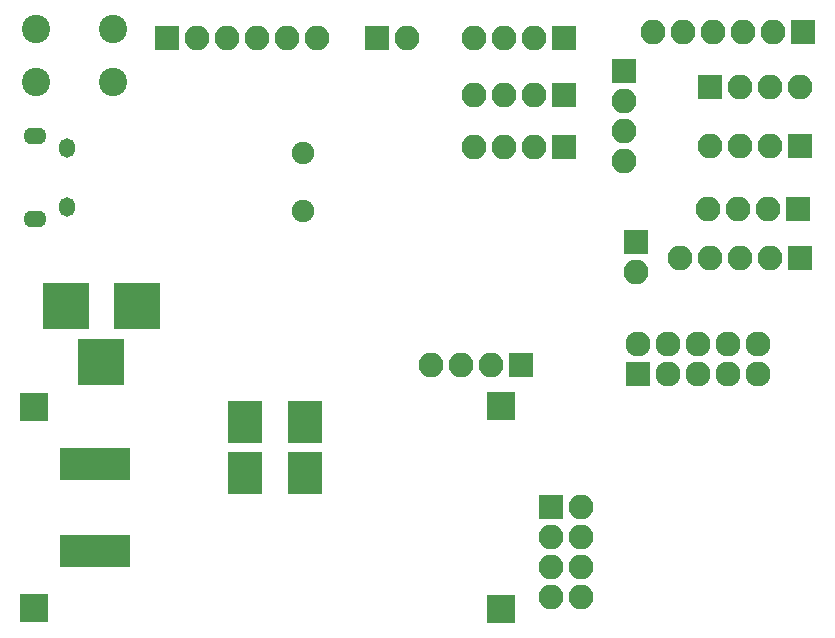
<source format=gbr>
G04 #@! TF.FileFunction,Soldermask,Bot*
%FSLAX46Y46*%
G04 Gerber Fmt 4.6, Leading zero omitted, Abs format (unit mm)*
G04 Created by KiCad (PCBNEW 4.0.2+dfsg1-stable) date Mon Nov  6 16:18:01 2017*
%MOMM*%
G01*
G04 APERTURE LIST*
%ADD10C,0.100000*%
%ADD11R,2.398980X2.398980*%
%ADD12R,2.100000X2.100000*%
%ADD13O,2.100000X2.100000*%
%ADD14R,2.900000X3.600000*%
%ADD15R,2.127200X2.127200*%
%ADD16O,2.127200X2.127200*%
%ADD17R,6.000000X2.700000*%
%ADD18C,1.900000*%
%ADD19R,3.900000X3.900000*%
%ADD20O,1.350000X1.650000*%
%ADD21O,1.950000X1.400000*%
%ADD22C,2.400000*%
G04 APERTURE END LIST*
D10*
D11*
X76136500Y-108950000D03*
X76136500Y-126000000D03*
X115633500Y-108902500D03*
X115633500Y-126047500D03*
D12*
X127127000Y-94996000D03*
D13*
X127127000Y-97536000D03*
D14*
X99060000Y-110245000D03*
X99060000Y-114545000D03*
X93980000Y-110245000D03*
X93980000Y-114545000D03*
D15*
X127254000Y-106172000D03*
D16*
X127254000Y-103632000D03*
X129794000Y-106172000D03*
X129794000Y-103632000D03*
X132334000Y-106172000D03*
X132334000Y-103632000D03*
X134874000Y-106172000D03*
X134874000Y-103632000D03*
X137414000Y-106172000D03*
X137414000Y-103632000D03*
D17*
X81280000Y-121175000D03*
X81280000Y-113775000D03*
D12*
X87376000Y-77724000D03*
D13*
X89916000Y-77724000D03*
X92456000Y-77724000D03*
X94996000Y-77724000D03*
X97536000Y-77724000D03*
X100076000Y-77724000D03*
D12*
X117348000Y-105410000D03*
D13*
X114808000Y-105410000D03*
X112268000Y-105410000D03*
X109728000Y-105410000D03*
D12*
X126111000Y-80518000D03*
D13*
X126111000Y-83058000D03*
X126111000Y-85598000D03*
X126111000Y-88138000D03*
D12*
X121031000Y-77724000D03*
D13*
X118491000Y-77724000D03*
X115951000Y-77724000D03*
X113411000Y-77724000D03*
D12*
X105156000Y-77724000D03*
D13*
X107696000Y-77724000D03*
D12*
X121031000Y-86995000D03*
D13*
X118491000Y-86995000D03*
X115951000Y-86995000D03*
X113411000Y-86995000D03*
D12*
X119888000Y-117475000D03*
D13*
X122428000Y-117475000D03*
X119888000Y-120015000D03*
X122428000Y-120015000D03*
X119888000Y-122555000D03*
X122428000Y-122555000D03*
X119888000Y-125095000D03*
X122428000Y-125095000D03*
D12*
X121031000Y-82550000D03*
D13*
X118491000Y-82550000D03*
X115951000Y-82550000D03*
X113411000Y-82550000D03*
D12*
X140843000Y-92202000D03*
D13*
X138303000Y-92202000D03*
X135763000Y-92202000D03*
X133223000Y-92202000D03*
D18*
X98933000Y-87503000D03*
X98933000Y-92383000D03*
D19*
X84836000Y-100457000D03*
X78836000Y-100457000D03*
X81836000Y-105157000D03*
D20*
X78947000Y-87035000D03*
X78947000Y-92035000D03*
D21*
X76247000Y-86035000D03*
X76247000Y-93035000D03*
D12*
X133350000Y-81915000D03*
D13*
X135890000Y-81915000D03*
X138430000Y-81915000D03*
X140970000Y-81915000D03*
D12*
X140970000Y-86868000D03*
D13*
X138430000Y-86868000D03*
X135890000Y-86868000D03*
X133350000Y-86868000D03*
D22*
X76327000Y-81462000D03*
X76327000Y-76962000D03*
X82827000Y-81462000D03*
X82827000Y-76962000D03*
D12*
X141224000Y-77216000D03*
D13*
X138684000Y-77216000D03*
X136144000Y-77216000D03*
X133604000Y-77216000D03*
X131064000Y-77216000D03*
X128524000Y-77216000D03*
D12*
X140970000Y-96393000D03*
D13*
X138430000Y-96393000D03*
X135890000Y-96393000D03*
X133350000Y-96393000D03*
X130810000Y-96393000D03*
M02*

</source>
